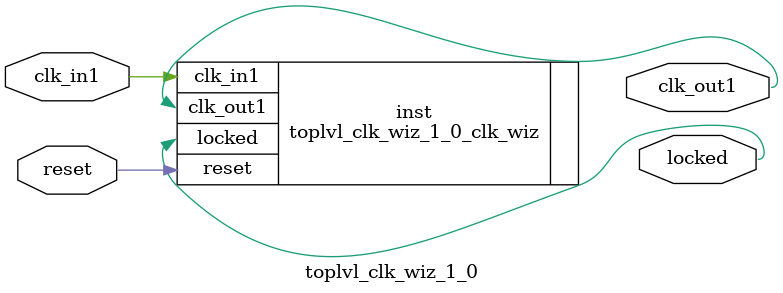
<source format=v>


`timescale 1ps/1ps

(* CORE_GENERATION_INFO = "toplvl_clk_wiz_1_0,clk_wiz_v6_0_11_0_0,{component_name=toplvl_clk_wiz_1_0,use_phase_alignment=true,use_min_o_jitter=false,use_max_i_jitter=false,use_dyn_phase_shift=false,use_inclk_switchover=false,use_dyn_reconfig=false,enable_axi=0,feedback_source=FDBK_AUTO,PRIMITIVE=MMCM,num_out_clk=1,clkin1_period=10.000,clkin2_period=10.000,use_power_down=false,use_reset=true,use_locked=true,use_inclk_stopped=false,feedback_type=SINGLE,CLOCK_MGR_TYPE=NA,manual_override=false}" *)

module toplvl_clk_wiz_1_0 
 (
  // Clock out ports
  output        clk_out1,
  // Status and control signals
  input         reset,
  output        locked,
 // Clock in ports
  input         clk_in1
 );

  toplvl_clk_wiz_1_0_clk_wiz inst
  (
  // Clock out ports  
  .clk_out1(clk_out1),
  // Status and control signals               
  .reset(reset), 
  .locked(locked),
 // Clock in ports
  .clk_in1(clk_in1)
  );

endmodule

</source>
